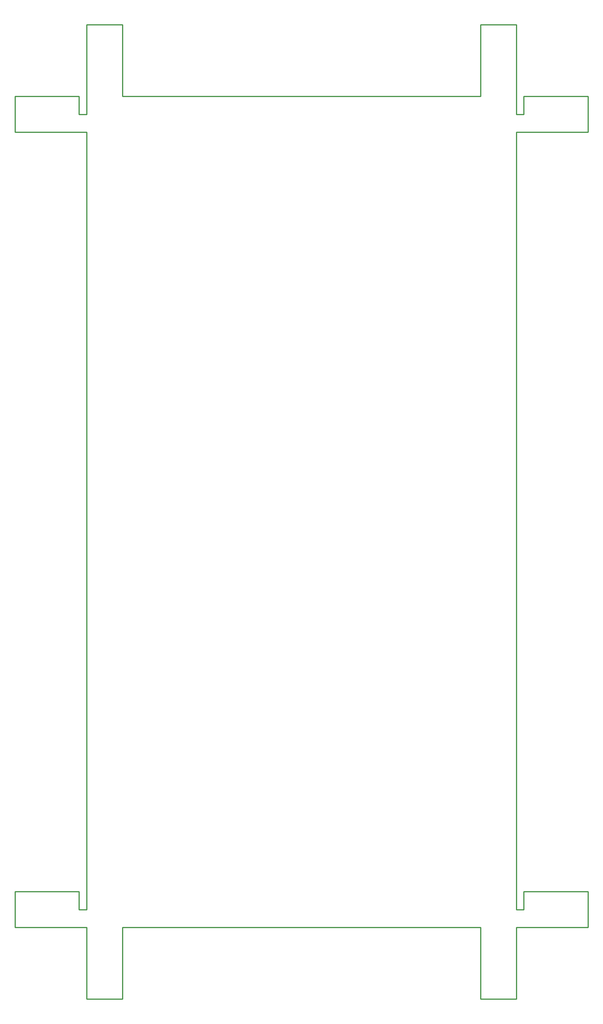
<source format=gbr>
%TF.GenerationSoftware,KiCad,Pcbnew,(5.1.6)-1*%
%TF.CreationDate,2020-10-10T00:17:57+01:00*%
%TF.ProjectId,Side 2,53696465-2032-42e6-9b69-6361645f7063,rev?*%
%TF.SameCoordinates,Original*%
%TF.FileFunction,Profile,NP*%
%FSLAX46Y46*%
G04 Gerber Fmt 4.6, Leading zero omitted, Abs format (unit mm)*
G04 Created by KiCad (PCBNEW (5.1.6)-1) date 2020-10-10 00:17:57*
%MOMM*%
%LPD*%
G01*
G04 APERTURE LIST*
%TA.AperFunction,Profile*%
%ADD10C,0.254000*%
%TD*%
G04 APERTURE END LIST*
D10*
X-128652175Y-32767334D02*
X-128652175Y-28829834D01*
X-32502175Y-36704834D02*
X-32502175Y-207592334D01*
X-142752175Y-36704834D02*
X-142752175Y-28829834D01*
X-142752175Y-28829834D02*
X-128652175Y-28829834D01*
X-30852175Y-32767334D02*
X-30852175Y-28829834D01*
X-16752175Y-36704834D02*
X-16752175Y-28829834D01*
X-16752175Y-203654834D02*
X-30852175Y-203654834D01*
X-127002175Y-13079834D02*
X-119127175Y-13079834D01*
X-32502175Y-13079834D02*
X-32502175Y-32767334D01*
X-16752175Y-36704834D02*
X-32502175Y-36704834D01*
X-142752175Y-36704834D02*
X-127002175Y-36704834D01*
X-32502175Y-32767334D02*
X-30852175Y-32767334D01*
X-30852175Y-207592334D02*
X-30852175Y-203654834D01*
X-32502175Y-207592334D02*
X-30852175Y-207592334D01*
X-16752175Y-211529834D02*
X-16752175Y-203654834D01*
X-16752175Y-211529834D02*
X-32502175Y-211529834D01*
X-127002175Y-32767334D02*
X-127002175Y-13079834D01*
X-32502175Y-13079834D02*
X-40377175Y-13079834D01*
X-40377175Y-28829834D02*
X-119127175Y-28829834D01*
X-40377175Y-13079834D02*
X-40377175Y-28829834D01*
X-127002175Y-32767334D02*
X-128652175Y-32767334D01*
X-119127175Y-13079834D02*
X-119127175Y-28829834D01*
X-16752175Y-28829834D02*
X-30852175Y-28829834D01*
X-127002175Y-207592334D02*
X-128652175Y-207592334D01*
X-127002175Y-207592334D02*
X-127002175Y-36704834D01*
X-32502175Y-211529834D02*
X-32502175Y-227279834D01*
X-40377175Y-227279834D02*
X-32502175Y-227279834D01*
X-40377175Y-211529834D02*
X-40377175Y-227279834D01*
X-119127175Y-227279834D02*
X-127002175Y-227279834D01*
X-142752175Y-203654834D02*
X-128652175Y-203654834D01*
X-40377175Y-211529834D02*
X-119127175Y-211529834D01*
X-119127175Y-211529834D02*
X-119127175Y-227279834D01*
X-127002175Y-227279834D02*
X-127002175Y-211529834D01*
X-142752175Y-211529834D02*
X-127002175Y-211529834D01*
X-142752175Y-211529834D02*
X-142752175Y-203654834D01*
X-128652175Y-207592334D02*
X-128652175Y-203654834D01*
M02*

</source>
